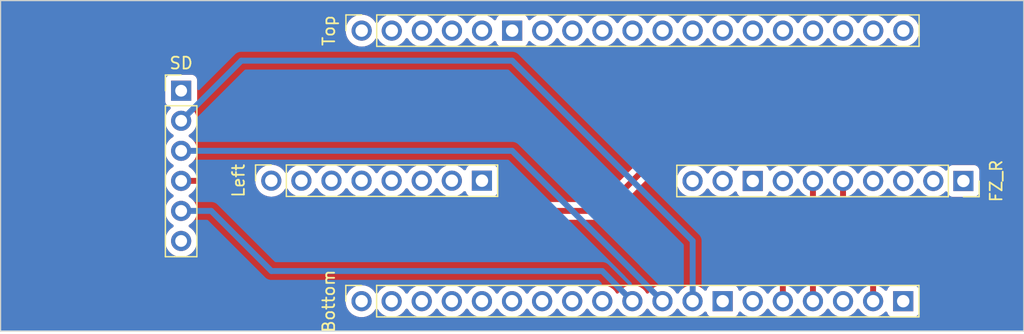
<source format=kicad_pcb>
(kicad_pcb (version 20221018) (generator pcbnew)
  (title_block (title "ESP32 Mate Board w/SD") (date "2024-01-17") (rev "1") (comment 2 " - SPI support for an external SD for the ESP-32.") (comment 3 "- the ESP32-WROOOM UART2 and F0 LPUART1, as well as") (comment 4 "- This board mates the ESP32-WROOM board to the F0 with the traces connecting "))
  (layers (0 "F.Cu" signal "Top Signal") (1 "In1.Cu" signal "Ground") (2 "In2.Cu" signal "Power") (31 "B.Cu" signal "Bottom Signal") (34 "B.Paste" user) (35 "F.Paste" user) (36 "B.SilkS" user "B.Silkscreen") (37 "F.SilkS" user "F.Silkscreen") (38 "B.Mask" user) (39 "F.Mask" user) (44 "Edge.Cuts" user))
  (net 0 "")
  (footprint "Connector_PinSocket_2.54mm:PinSocket_1x10_P2.54mm_Vertical" (layer "F.Cu") (at 175.25 101.61 -90)
    (fp_text reference "FZ_R" (at 0 -2.77 90) (layer "F.SilkS"))
    (fp_text value "Right")
    (fp_line (start -1.33 1.27) (end -1.33 24.19) (stroke (width 0.12)) (layer "F.SilkS"))
    (fp_line (start -1.33 1.27) (end 1.33 1.27) (stroke (width 0.12)) (layer "F.SilkS"))
    (fp_line (start -1.33 24.19) (end 1.33 24.19) (stroke (width 0.12)) (layer "F.SilkS"))
    (fp_line (start 0 -1.33) (end 1.33 -1.33) (stroke (width 0.12)) (layer "F.SilkS"))
    (fp_line (start 1.33 -1.33) (end 1.33 0) (stroke (width 0.12)) (layer "F.SilkS"))
    (fp_line (start 1.33 1.27) (end 1.33 24.19) (stroke (width 0.12)) (layer "F.SilkS"))
    (pad "3V3" thru_hole oval (at 0 22.86 270) (size 1.7 1.7) (drill 1.05) (layers "*.Cu" "*.Mask"))
    (pad "GND" thru_hole rect (at 0 0 270) (size 1.7 1.7) (drill 1.05) (layers "*.Cu" "*.Mask"))
    (pad "GND" thru_hole rect (at 0 17.78 270) (size 1.7 1.7) (drill 1.05) (layers "*.Cu" "*.Mask"))
    (pad "PA13" thru_hole oval (at 0 15.24 270) (size 1.7 1.7) (drill 1.05) (layers "*.Cu" "*.Mask"))
    (pad "PA14" thru_hole oval (at 0 20.32 270) (size 1.7 1.7) (drill 1.05) (layers "*.Cu" "*.Mask"))
    (pad "PB14" thru_hole oval (at 0 2.54 270) (size 1.7 1.7) (drill 1.05) (layers "*.Cu" "*.Mask"))
    (pad "Rx1" thru_hole oval (at 0 10.16 270) (size 1.7 1.7) (drill 1.05) (layers "*.Cu" "*.Mask"))
    (pad "Rx2" thru_hole oval (at 0 5.08 270) (size 1.7 1.7) (drill 1.05) (layers "*.Cu" "*.Mask"))
    (pad "Tx1" thru_hole oval (at 0 12.7 270) (size 1.7 1.7) (drill 1.05) (layers "*.Cu" "*.Mask"))
    (pad "Tx2" thru_hole oval (at 0 7.62 270) (size 1.7 1.7) (drill 1.05) (layers "*.Cu" "*.Mask"))
  )
  (footprint "Connector_PinHeader_2.54mm:PinHeader_1x06_P2.54mm_Vertical" (layer "F.Cu") (at 109.22 93.98)
    (fp_text reference "SD" (at 0 -2.33) (layer "F.SilkS"))
    (fp_text value "PinHeader_1x06_P2.54mm_Vertical")
    (fp_line (start -1.33 -1.33) (end 0 -1.33) (stroke (width 0.12)) (layer "F.SilkS"))
    (fp_line (start -1.33 0) (end -1.33 -1.33) (stroke (width 0.12)) (layer "F.SilkS"))
    (fp_line (start -1.33 1.27) (end -1.33 14.03) (stroke (width 0.12)) (layer "F.SilkS"))
    (fp_line (start -1.33 1.27) (end 1.33 1.27) (stroke (width 0.12)) (layer "F.SilkS"))
    (fp_line (start -1.33 14.03) (end 1.33 14.03) (stroke (width 0.12)) (layer "F.SilkS"))
    (fp_line (start 1.33 1.27) (end 1.33 14.03) (stroke (width 0.12)) (layer "F.SilkS"))
    (pad "3v3" thru_hole oval (at 0 12.7) (size 1.7 1.7) (drill 1) (layers "*.Cu" "*.Mask"))
    (pad "CLK" thru_hole oval (at 0 5.08) (size 1.7 1.7) (drill 1) (layers "*.Cu" "*.Mask"))
    (pad "GND" thru_hole rect (at 0 0) (size 1.7 1.7) (drill 1) (layers "*.Cu" "*.Mask"))
    (pad "MISO" thru_hole oval (at 0 2.54) (size 1.7 1.7) (drill 1) (layers "*.Cu" "*.Mask"))
    (pad "MOSI" thru_hole oval (at 0 7.62) (size 1.7 1.7) (drill 1) (layers "*.Cu" "*.Mask"))
    (pad "SS" thru_hole oval (at 0 10.16) (size 1.7 1.7) (drill 1) (layers "*.Cu" "*.Mask"))
  )
  (footprint "Connector_PinSocket_2.54mm:PinSocket_1x19_P2.54mm_Vertical" (layer "F.Cu") (at 124.45 111.77 90)
    (fp_text reference "Bottom" (at 0 -2.77 90) (layer "F.SilkS"))
    (fp_text value "ESP_B")
    (fp_line (start -1.33 1.27) (end -1.33 47.05) (stroke (width 0.12)) (layer "F.SilkS"))
    (fp_line (start -1.33 1.27) (end 1.33 1.27) (stroke (width 0.12)) (layer "F.SilkS"))
    (fp_line (start -1.33 47.05) (end 1.33 47.05) (stroke (width 0.12)) (layer "F.SilkS"))
    (fp_line (start 0 -1.33) (end 1.33 -1.33) (stroke (width 0.12)) (layer "F.SilkS"))
    (fp_line (start 1.33 -1.33) (end 1.33 0) (stroke (width 0.12)) (layer "F.SilkS"))
    (fp_line (start 1.33 1.27) (end 1.33 47.05) (stroke (width 0.12)) (layer "F.SilkS"))
    (pad "CLK" thru_hole circle (at 0 0 90) (size 1.7 1.7) (drill 1.05) (layers "*.Cu" "*.Mask"))
    (pad "CLK" thru_hole oval (at 0 25.4 90) (size 1.7 1.7) (drill 1.05) (layers "*.Cu" "*.Mask"))
    (pad "GND" thru_hole rect (at 0 30.48 90) (size 1.7 1.7) (drill 1.05) (layers "*.Cu" "*.Mask"))
    (pad "GND" thru_hole rect (at 0 45.72 90) (size 1.7 1.7) (drill 1.05) (layers "*.Cu" "*.Mask"))
    (pad "MISO" thru_hole oval (at 0 27.94 90) (size 1.7 1.7) (drill 1.05) (layers "*.Cu" "*.Mask"))
    (pad "MOSI" thru_hole oval (at 0 43.18 90) (size 1.7 1.7) (drill 1.05) (layers "*.Cu" "*.Mask"))
    (pad "P0" thru_hole oval (at 0 12.7 90) (size 1.7 1.7) (drill 1.05) (layers "*.Cu" "*.Mask"))
    (pad "P2" thru_hole oval (at 0 10.16 90) (size 1.7 1.7) (drill 1.05) (layers "*.Cu" "*.Mask"))
    (pad "P4" thru_hole oval (at 0 15.24 90) (size 1.7 1.7) (drill 1.05) (layers "*.Cu" "*.Mask"))
    (pad "P15" thru_hole circle (at 0 7.62 90) (size 1.7 1.7) (drill 1.05) (layers "*.Cu" "*.Mask"))
    (pad "P21" thru_hole oval (at 0 33.02 90) (size 1.7 1.7) (drill 1.05) (layers "*.Cu" "*.Mask"))
    (pad "P22" thru_hole oval (at 0 40.64 90) (size 1.7 1.7) (drill 1.05) (layers "*.Cu" "*.Mask"))
    (pad "Rx" thru_hole oval (at 0 35.56 90) (size 1.7 1.7) (drill 1.05) (layers "*.Cu" "*.Mask"))
    (pad "Rx2" thru_hole oval (at 0 17.78 90) (size 1.7 1.7) (drill 1.05) (layers "*.Cu" "*.Mask"))
    (pad "SD1" thru_hole oval (at 0 5.08 90) (size 1.7 1.7) (drill 1.05) (layers "*.Cu" "*.Mask"))
    (pad "SDD" thru_hole oval (at 0 2.54 90) (size 1.7 1.7) (drill 1.05) (layers "*.Cu" "*.Mask"))
    (pad "SS" thru_hole oval (at 0 22.86 90) (size 1.7 1.7) (drill 1.05) (layers "*.Cu" "*.Mask"))
    (pad "Tx" thru_hole oval (at 0 38.1 90) (size 1.7 1.7) (drill 1.05) (layers "*.Cu" "*.Mask"))
    (pad "Tx2" thru_hole oval (at 0 20.32 90) (size 1.7 1.7) (drill 1.05) (layers "*.Cu" "*.Mask"))
  )
  (footprint "Connector_PinSocket_2.54mm:PinSocket_1x19_P2.54mm_Vertical" (layer "F.Cu") (at 124.46 88.9 90)
    (fp_text reference "Top" (at 0 -2.77 90) (layer "F.SilkS"))
    (fp_text value "ESP_T")
    (fp_line (start -1.33 1.27) (end -1.33 47.05) (stroke (width 0.12)) (layer "F.SilkS"))
    (fp_line (start -1.33 1.27) (end 1.33 1.27) (stroke (width 0.12)) (layer "F.SilkS"))
    (fp_line (start -1.33 47.05) (end 1.33 47.05) (stroke (width 0.12)) (layer "F.SilkS"))
    (fp_line (start 0 -1.33) (end 1.33 -1.33) (stroke (width 0.12)) (layer "F.SilkS"))
    (fp_line (start 1.33 -1.33) (end 1.33 0) (stroke (width 0.12)) (layer "F.SilkS"))
    (fp_line (start 1.33 1.27) (end 1.33 47.05) (stroke (width 0.12)) (layer "F.SilkS"))
    (pad "3v3" thru_hole oval (at 0 45.72 90) (size 1.7 1.7) (drill 1.05) (layers "*.Cu" "*.Mask"))
    (pad "5V" thru_hole circle (at 0 0 90) (size 1.7 1.7) (drill 1.05) (layers "*.Cu" "*.Mask"))
    (pad "CND" thru_hole oval (at 0 2.54 90) (size 1.7 1.7) (drill 1.05) (layers "*.Cu" "*.Mask"))
    (pad "EN" thru_hole oval (at 0 43.18 90) (size 1.7 1.7) (drill 1.05) (layers "*.Cu" "*.Mask"))
    (pad "GND" thru_hole rect (at 0 12.7 90) (size 1.7 1.7) (drill 1.05) (layers "*.Cu" "*.Mask"))
    (pad "P12" thru_hole oval (at 0 15.24 90) (size 1.7 1.7) (drill 1.05) (layers "*.Cu" "*.Mask"))
    (pad "P13" thru_hole oval (at 0 10.16 90) (size 1.7 1.7) (drill 1.05) (layers "*.Cu" "*.Mask"))
    (pad "P14" thru_hole oval (at 0 17.78 90) (size 1.7 1.7) (drill 1.05) (layers "*.Cu" "*.Mask"))
    (pad "P25" thru_hole oval (at 0 25.4 90) (size 1.7 1.7) (drill 1.05) (layers "*.Cu" "*.Mask"))
    (pad "P26" thru_hole oval (at 0 22.86 90) (size 1.7 1.7) (drill 1.05) (layers "*.Cu" "*.Mask"))
    (pad "P27" thru_hole oval (at 0 20.32 90) (size 1.7 1.7) (drill 1.05) (layers "*.Cu" "*.Mask"))
    (pad "P32" thru_hole oval (at 0 30.48 90) (size 1.7 1.7) (drill 1.05) (layers "*.Cu" "*.Mask"))
    (pad "P33" thru_hole oval (at 0 27.94 90) (size 1.7 1.7) (drill 1.05) (layers "*.Cu" "*.Mask"))
    (pad "P34" thru_hole oval (at 0 35.56 90) (size 1.7 1.7) (drill 1.05) (layers "*.Cu" "*.Mask"))
    (pad "P35" thru_hole oval (at 0 33.02 90) (size 1.7 1.7) (drill 1.05) (layers "*.Cu" "*.Mask"))
    (pad "SD2" thru_hole circle (at 0 7.62 90) (size 1.7 1.7) (drill 1.05) (layers "*.Cu" "*.Mask"))
    (pad "SD3" thru_hole oval (at 0 5.08 90) (size 1.7 1.7) (drill 1.05) (layers "*.Cu" "*.Mask"))
    (pad "SVN" thru_hole oval (at 0 38.1 90) (size 1.7 1.7) (drill 1.05) (layers "*.Cu" "*.Mask"))
    (pad "SVP" thru_hole oval (at 0 40.64 90) (size 1.7 1.7) (drill 1.05) (layers "*.Cu" "*.Mask"))
  )
  (footprint "Connector_PinSocket_2.54mm:PinSocket_1x08_P2.54mm_Vertical" (layer "F.Cu") (at 116.83 101.585 90)
    (fp_text reference "Left" (at 0 -2.77 90) (layer "F.SilkS"))
    (fp_text value "FZ_L")
    (fp_line (start -1.33 1.27) (end -1.33 19.11) (stroke (width 0.12)) (layer "F.SilkS"))
    (fp_line (start -1.33 1.27) (end 1.33 1.27) (stroke (width 0.12)) (layer "F.SilkS"))
    (fp_line (start -1.33 19.11) (end 1.33 19.11) (stroke (width 0.12)) (layer "F.SilkS"))
    (fp_line (start 0 -1.33) (end 1.33 -1.33) (stroke (width 0.12)) (layer "F.SilkS"))
    (fp_line (start 1.33 -1.33) (end 1.33 0) (stroke (width 0.12)) (layer "F.SilkS"))
    (fp_line (start 1.33 1.27) (end 1.33 19.11) (stroke (width 0.12)) (layer "F.SilkS"))
    (pad "5V" thru_hole circle (at 0 0 90) (size 1.7 1.7) (drill 1.05) (layers "*.Cu" "*.Mask"))
    (pad "GND" thru_hole rect (at 0 17.78 90) (size 1.7 1.7) (drill 1.05) (layers "*.Cu" "*.Mask"))
    (pad "PA4" thru_hole oval (at 0 7.62 90) (size 1.7 1.7) (drill 1.05) (layers "*.Cu" "*.Mask"))
    (pad "PA6" thru_hole oval (at 0 5.08 90) (size 1.7 1.7) (drill 1.05) (layers "*.Cu" "*.Mask"))
    (pad "PA7" thru_hole oval (at 0 2.54 90) (size 1.7 1.7) (drill 1.05) (layers "*.Cu" "*.Mask"))
    (pad "PB2" thru_hole oval (at 0 12.7 90) (size 1.7 1.7) (drill 1.05) (layers "*.Cu" "*.Mask"))
    (pad "PB3" thru_hole oval (at 0 10.16 90) (size 1.7 1.7) (drill 1.05) (layers "*.Cu" "*.Mask"))
    (pad "PC3" thru_hole oval (at 0 15.24 90) (size 1.7 1.7) (drill 1.05) (layers "*.Cu" "*.Mask"))
  )
  (gr_line (start 180.34 114.3) (end 180.34 86.36) (stroke (width 0.1)) (layer "Edge.Cuts"))
  (gr_line (start 93.98 114.3) (end 180.34 114.3) (stroke (width 0.1)) (layer "Edge.Cuts"))
  (gr_line (start 180.34 86.36) (end 93.98 86.36) (stroke (width 0.1)) (layer "Edge.Cuts"))
  (gr_line (start 93.98 86.36) (end 93.98 114.3) (stroke (width 0.1)) (layer "Edge.Cuts"))
  (segment (start 149.86 99.06) (end 176.740797 99.06) (width 0.5) (layer "F.Cu") (net 0))
  (segment (start 162.55 104.13) (end 162.56 104.14) (width 0.5) (layer "F.Cu") (net 0))
  (segment (start 165.09 101.61) (end 165.09 104.15) (width 0.5) (layer "F.Cu") (net 0))
  (segment (start 178.726395 102.85111) (end 172.549646 109.027859) (width 0.5) (layer "F.Cu") (net 0))
  (segment (start 162.56 104.14) (end 160.01 106.69) (width 0.5) (layer "F.Cu") (net 0))
  (segment (start 176.740797 99.06) (end 178.726395 101.045598) (width 0.5) (layer "F.Cu") (net 0))
  (segment (start 165.09 104.15) (end 162.55 106.69) (width 0.5) (layer "F.Cu") (net 0))
  (segment (start 111.76 101.6) (end 114.3 104.14) (width 0.5) (layer "F.Cu") (net 0))
  (segment (start 168.511002 109.027859) (end 167.63 109.908861) (width 0.5) (layer "F.Cu") (net 0))
  (segment (start 114.3 104.14) (end 144.78 104.14) (width 0.5) (layer "F.Cu") (net 0))
  (segment (start 160.01 106.69) (end 160.01 111.77) (width 0.5) (layer "F.Cu") (net 0))
  (segment (start 162.55 101.61) (end 162.55 104.13) (width 0.5) (layer "F.Cu") (net 0))
  (segment (start 172.549646 109.027859) (end 168.511002 109.027859) (width 0.5) (layer "F.Cu") (net 0))
  (segment (start 167.63 109.908861) (end 167.63 111.77) (width 0.5) (layer "F.Cu") (net 0))
  (segment (start 144.78 104.14) (end 149.86 99.06) (width 0.5) (layer "F.Cu") (net 0))
  (segment (start 162.55 106.69) (end 162.55 111.77) (width 0.5) (layer "F.Cu") (net 0))
  (segment (start 178.726395 101.045598) (end 178.726395 102.85111) (width 0.5) (layer "F.Cu") (net 0))
  (segment (start 109.22 101.6) (end 111.76 101.6) (width 0.5) (layer "F.Cu") (net 0))
  (segment (start 109.22 96.52) (end 114.3 91.44) (width 0.5) (layer "B.Cu") (net 0))
  (segment (start 109.22 104.14) (end 111.76 104.14) (width 0.5) (layer "B.Cu") (net 0))
  (segment (start 137.16 99.06) (end 109.22 99.06) (width 0.5) (layer "B.Cu") (net 0))
  (segment (start 147.32 109.22) (end 137.16 99.06) (width 0.5) (layer "B.Cu") (net 0))
  (segment (start 147.32 109.24) (end 147.32 109.22) (width 0.5) (layer "B.Cu") (net 0))
  (segment (start 114.3 91.44) (end 137.16 91.44) (width 0.5) (layer "B.Cu") (net 0))
  (segment (start 152.4 106.68) (end 152.4 111.76) (width 0.5) (layer "B.Cu") (net 0))
  (segment (start 144.76 109.22) (end 147.31 111.77) (width 0.5) (layer "B.Cu") (net 0))
  (segment (start 152.4 111.76) (end 152.39 111.77) (width 0.5) (layer "B.Cu") (net 0))
  (segment (start 149.85 111.77) (end 147.32 109.24) (width 0.5) (layer "B.Cu") (net 0))
  (segment (start 111.76 104.14) (end 116.84 109.22) (width 0.5) (layer "B.Cu") (net 0))
  (segment (start 137.16 91.44) (end 152.4 106.68) (width 0.5) (layer "B.Cu") (net 0))
  (segment (start 116.84 109.22) (end 144.76 109.22) (width 0.5) (layer "B.Cu") (net 0))
  (zone (net 0) (net_name "") (layers "F&B.Cu") (connect_pads (clearance 0.5)) (min_thickness 0.25) (fill yes (thermal_gap 0.5) (thermal_bridge_width 0.5) (island_removal_mode 1) (island_area_min 10))
    (polygon (pts (xy 93.98 86.36) (xy 93.98 114.3) (xy 180.34 114.3) (xy 180.34 86.36)))
  )
)
</source>
